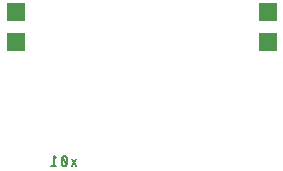
<source format=gbl>
G75*
%MOIN*%
%OFA0B0*%
%FSLAX25Y25*%
%IPPOS*%
%LPD*%
%AMOC8*
5,1,8,0,0,1.08239X$1,22.5*
%
%ADD10C,0.00600*%
%ADD11R,0.06000X0.06000*%
D10*
X0137993Y0078800D02*
X0139882Y0078800D01*
X0138938Y0078800D02*
X0138938Y0082200D01*
X0139882Y0081444D01*
X0143482Y0080500D02*
X0143480Y0080402D01*
X0143475Y0080305D01*
X0143467Y0080207D01*
X0143455Y0080110D01*
X0143439Y0080014D01*
X0143421Y0079918D01*
X0143399Y0079822D01*
X0143374Y0079728D01*
X0143345Y0079634D01*
X0143313Y0079542D01*
X0143278Y0079451D01*
X0143240Y0079361D01*
X0143199Y0079272D01*
X0143293Y0079556D02*
X0141782Y0081444D01*
X0141877Y0081728D02*
X0141895Y0081775D01*
X0141917Y0081821D01*
X0141942Y0081866D01*
X0141970Y0081908D01*
X0142001Y0081949D01*
X0142035Y0081987D01*
X0142072Y0082022D01*
X0142111Y0082055D01*
X0142153Y0082084D01*
X0142196Y0082111D01*
X0142242Y0082134D01*
X0142289Y0082154D01*
X0142337Y0082170D01*
X0142386Y0082183D01*
X0142436Y0082193D01*
X0142487Y0082198D01*
X0142538Y0082200D01*
X0142589Y0082198D01*
X0142640Y0082193D01*
X0142690Y0082183D01*
X0142739Y0082170D01*
X0142787Y0082154D01*
X0142834Y0082134D01*
X0142880Y0082111D01*
X0142923Y0082084D01*
X0142965Y0082055D01*
X0143004Y0082022D01*
X0143041Y0081987D01*
X0143075Y0081949D01*
X0143106Y0081908D01*
X0143134Y0081866D01*
X0143159Y0081821D01*
X0143181Y0081775D01*
X0143199Y0081728D01*
X0141876Y0081728D02*
X0141835Y0081639D01*
X0141797Y0081549D01*
X0141762Y0081458D01*
X0141730Y0081366D01*
X0141701Y0081272D01*
X0141676Y0081178D01*
X0141654Y0081082D01*
X0141636Y0080986D01*
X0141620Y0080890D01*
X0141608Y0080793D01*
X0141600Y0080695D01*
X0141595Y0080598D01*
X0141593Y0080500D01*
X0143482Y0080500D02*
X0143480Y0080598D01*
X0143475Y0080695D01*
X0143467Y0080793D01*
X0143455Y0080890D01*
X0143439Y0080986D01*
X0143421Y0081082D01*
X0143399Y0081178D01*
X0143374Y0081272D01*
X0143345Y0081366D01*
X0143313Y0081458D01*
X0143278Y0081549D01*
X0143240Y0081639D01*
X0143199Y0081728D01*
X0141593Y0080500D02*
X0141595Y0080402D01*
X0141600Y0080305D01*
X0141608Y0080207D01*
X0141620Y0080110D01*
X0141636Y0080014D01*
X0141654Y0079918D01*
X0141676Y0079822D01*
X0141701Y0079728D01*
X0141730Y0079634D01*
X0141762Y0079542D01*
X0141797Y0079451D01*
X0141835Y0079361D01*
X0141876Y0079272D01*
X0141877Y0079272D02*
X0141895Y0079225D01*
X0141917Y0079179D01*
X0141942Y0079134D01*
X0141970Y0079092D01*
X0142001Y0079051D01*
X0142035Y0079013D01*
X0142072Y0078978D01*
X0142111Y0078945D01*
X0142153Y0078916D01*
X0142196Y0078889D01*
X0142242Y0078866D01*
X0142289Y0078846D01*
X0142337Y0078830D01*
X0142386Y0078817D01*
X0142436Y0078807D01*
X0142487Y0078802D01*
X0142538Y0078800D01*
X0142589Y0078802D01*
X0142640Y0078807D01*
X0142690Y0078817D01*
X0142739Y0078830D01*
X0142787Y0078846D01*
X0142834Y0078866D01*
X0142880Y0078889D01*
X0142923Y0078916D01*
X0142965Y0078945D01*
X0143004Y0078978D01*
X0143041Y0079013D01*
X0143075Y0079051D01*
X0143106Y0079092D01*
X0143134Y0079134D01*
X0143159Y0079179D01*
X0143181Y0079225D01*
X0143199Y0079272D01*
X0145022Y0078800D02*
X0146533Y0081067D01*
X0145022Y0081067D02*
X0146533Y0078800D01*
D11*
X0126333Y0120000D03*
X0126333Y0130000D03*
X0210333Y0130000D03*
X0210333Y0120000D03*
M02*

</source>
